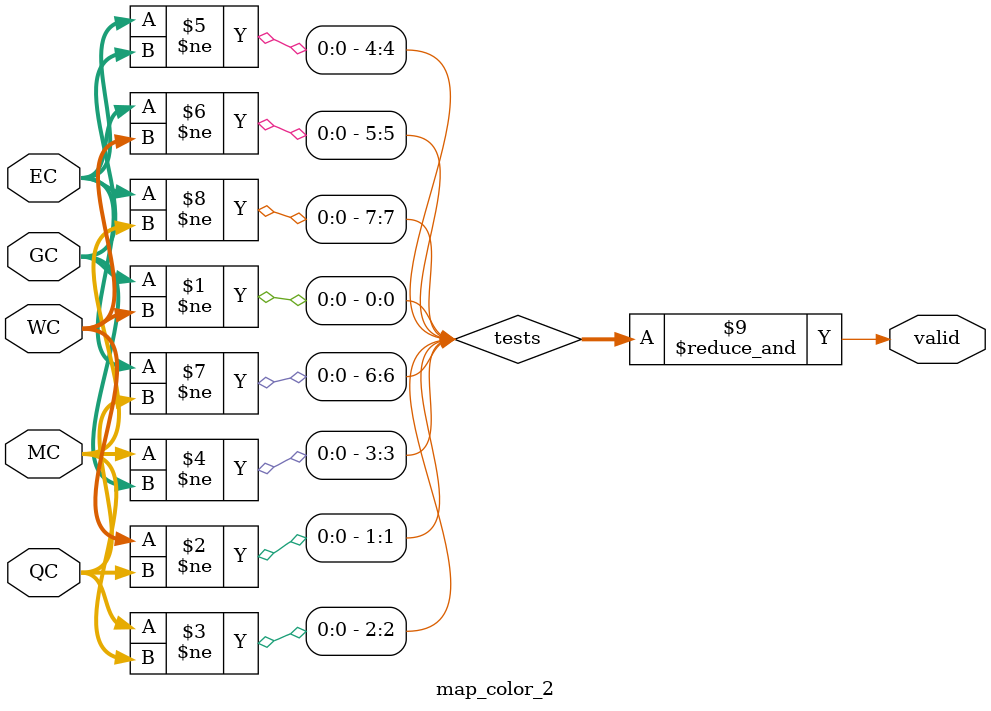
<source format=v>

module map_color_2 (GC, WC, QC, MC, EC, valid);
   input [1:0] GC;
   input [1:0] WC;
   input [1:0] QC;
   input [1:0] MC;
   input [1:0] EC;
   output      valid;
   wire [7:0]  tests;

   assign tests[0] = GC != WC;
   assign tests[1] = WC != QC;
   assign tests[2] = QC != MC;
   assign tests[3] = MC != GC;
   assign tests[4] = EC != GC;
   assign tests[5] = EC != WC;
   assign tests[6] = EC != QC;
   assign tests[7] = EC != MC;

   assign valid = &tests[7:0];
endmodule // map_color

</source>
